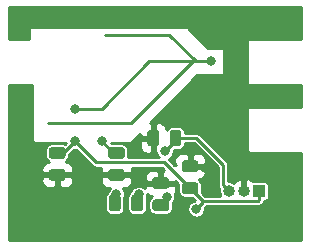
<source format=gbr>
G04 #@! TF.GenerationSoftware,KiCad,Pcbnew,5.1.5*
G04 #@! TF.CreationDate,2020-06-30T22:23:49+09:00*
G04 #@! TF.ProjectId,teabiscuits,74656162-6973-4637-9569-74732e6b6963,rev?*
G04 #@! TF.SameCoordinates,Original*
G04 #@! TF.FileFunction,Copper,L2,Bot*
G04 #@! TF.FilePolarity,Positive*
%FSLAX46Y46*%
G04 Gerber Fmt 4.6, Leading zero omitted, Abs format (unit mm)*
G04 Created by KiCad (PCBNEW 5.1.5) date 2020-06-30 22:23:49*
%MOMM*%
%LPD*%
G04 APERTURE LIST*
%ADD10O,1.000000X1.000000*%
%ADD11R,1.000000X1.000000*%
%ADD12C,0.100000*%
%ADD13C,0.800000*%
%ADD14C,1.110000*%
%ADD15C,0.250000*%
%ADD16C,0.254000*%
G04 APERTURE END LIST*
D10*
X170785000Y-141500000D03*
X172055000Y-141500000D03*
D11*
X173325000Y-141500000D03*
G04 #@! TA.AperFunction,SMDPad,CuDef*
D12*
G36*
X161730142Y-139638674D02*
G01*
X161753803Y-139642184D01*
X161777007Y-139647996D01*
X161799529Y-139656054D01*
X161821153Y-139666282D01*
X161841670Y-139678579D01*
X161860883Y-139692829D01*
X161878607Y-139708893D01*
X161894671Y-139726617D01*
X161908921Y-139745830D01*
X161921218Y-139766347D01*
X161931446Y-139787971D01*
X161939504Y-139810493D01*
X161945316Y-139833697D01*
X161948826Y-139857358D01*
X161950000Y-139881250D01*
X161950000Y-140368750D01*
X161948826Y-140392642D01*
X161945316Y-140416303D01*
X161939504Y-140439507D01*
X161931446Y-140462029D01*
X161921218Y-140483653D01*
X161908921Y-140504170D01*
X161894671Y-140523383D01*
X161878607Y-140541107D01*
X161860883Y-140557171D01*
X161841670Y-140571421D01*
X161821153Y-140583718D01*
X161799529Y-140593946D01*
X161777007Y-140602004D01*
X161753803Y-140607816D01*
X161730142Y-140611326D01*
X161706250Y-140612500D01*
X160793750Y-140612500D01*
X160769858Y-140611326D01*
X160746197Y-140607816D01*
X160722993Y-140602004D01*
X160700471Y-140593946D01*
X160678847Y-140583718D01*
X160658330Y-140571421D01*
X160639117Y-140557171D01*
X160621393Y-140541107D01*
X160605329Y-140523383D01*
X160591079Y-140504170D01*
X160578782Y-140483653D01*
X160568554Y-140462029D01*
X160560496Y-140439507D01*
X160554684Y-140416303D01*
X160551174Y-140392642D01*
X160550000Y-140368750D01*
X160550000Y-139881250D01*
X160551174Y-139857358D01*
X160554684Y-139833697D01*
X160560496Y-139810493D01*
X160568554Y-139787971D01*
X160578782Y-139766347D01*
X160591079Y-139745830D01*
X160605329Y-139726617D01*
X160621393Y-139708893D01*
X160639117Y-139692829D01*
X160658330Y-139678579D01*
X160678847Y-139666282D01*
X160700471Y-139656054D01*
X160722993Y-139647996D01*
X160746197Y-139642184D01*
X160769858Y-139638674D01*
X160793750Y-139637500D01*
X161706250Y-139637500D01*
X161730142Y-139638674D01*
G37*
G04 #@! TD.AperFunction*
G04 #@! TA.AperFunction,SMDPad,CuDef*
G36*
X161730142Y-137763674D02*
G01*
X161753803Y-137767184D01*
X161777007Y-137772996D01*
X161799529Y-137781054D01*
X161821153Y-137791282D01*
X161841670Y-137803579D01*
X161860883Y-137817829D01*
X161878607Y-137833893D01*
X161894671Y-137851617D01*
X161908921Y-137870830D01*
X161921218Y-137891347D01*
X161931446Y-137912971D01*
X161939504Y-137935493D01*
X161945316Y-137958697D01*
X161948826Y-137982358D01*
X161950000Y-138006250D01*
X161950000Y-138493750D01*
X161948826Y-138517642D01*
X161945316Y-138541303D01*
X161939504Y-138564507D01*
X161931446Y-138587029D01*
X161921218Y-138608653D01*
X161908921Y-138629170D01*
X161894671Y-138648383D01*
X161878607Y-138666107D01*
X161860883Y-138682171D01*
X161841670Y-138696421D01*
X161821153Y-138708718D01*
X161799529Y-138718946D01*
X161777007Y-138727004D01*
X161753803Y-138732816D01*
X161730142Y-138736326D01*
X161706250Y-138737500D01*
X160793750Y-138737500D01*
X160769858Y-138736326D01*
X160746197Y-138732816D01*
X160722993Y-138727004D01*
X160700471Y-138718946D01*
X160678847Y-138708718D01*
X160658330Y-138696421D01*
X160639117Y-138682171D01*
X160621393Y-138666107D01*
X160605329Y-138648383D01*
X160591079Y-138629170D01*
X160578782Y-138608653D01*
X160568554Y-138587029D01*
X160560496Y-138564507D01*
X160554684Y-138541303D01*
X160551174Y-138517642D01*
X160550000Y-138493750D01*
X160550000Y-138006250D01*
X160551174Y-137982358D01*
X160554684Y-137958697D01*
X160560496Y-137935493D01*
X160568554Y-137912971D01*
X160578782Y-137891347D01*
X160591079Y-137870830D01*
X160605329Y-137851617D01*
X160621393Y-137833893D01*
X160639117Y-137817829D01*
X160658330Y-137803579D01*
X160678847Y-137791282D01*
X160700471Y-137781054D01*
X160722993Y-137772996D01*
X160746197Y-137767184D01*
X160769858Y-137763674D01*
X160793750Y-137762500D01*
X161706250Y-137762500D01*
X161730142Y-137763674D01*
G37*
G04 #@! TD.AperFunction*
G04 #@! TA.AperFunction,SMDPad,CuDef*
G36*
X161392642Y-141801174D02*
G01*
X161416303Y-141804684D01*
X161439507Y-141810496D01*
X161462029Y-141818554D01*
X161483653Y-141828782D01*
X161504170Y-141841079D01*
X161523383Y-141855329D01*
X161541107Y-141871393D01*
X161557171Y-141889117D01*
X161571421Y-141908330D01*
X161583718Y-141928847D01*
X161593946Y-141950471D01*
X161602004Y-141972993D01*
X161607816Y-141996197D01*
X161611326Y-142019858D01*
X161612500Y-142043750D01*
X161612500Y-142956250D01*
X161611326Y-142980142D01*
X161607816Y-143003803D01*
X161602004Y-143027007D01*
X161593946Y-143049529D01*
X161583718Y-143071153D01*
X161571421Y-143091670D01*
X161557171Y-143110883D01*
X161541107Y-143128607D01*
X161523383Y-143144671D01*
X161504170Y-143158921D01*
X161483653Y-143171218D01*
X161462029Y-143181446D01*
X161439507Y-143189504D01*
X161416303Y-143195316D01*
X161392642Y-143198826D01*
X161368750Y-143200000D01*
X160881250Y-143200000D01*
X160857358Y-143198826D01*
X160833697Y-143195316D01*
X160810493Y-143189504D01*
X160787971Y-143181446D01*
X160766347Y-143171218D01*
X160745830Y-143158921D01*
X160726617Y-143144671D01*
X160708893Y-143128607D01*
X160692829Y-143110883D01*
X160678579Y-143091670D01*
X160666282Y-143071153D01*
X160656054Y-143049529D01*
X160647996Y-143027007D01*
X160642184Y-143003803D01*
X160638674Y-142980142D01*
X160637500Y-142956250D01*
X160637500Y-142043750D01*
X160638674Y-142019858D01*
X160642184Y-141996197D01*
X160647996Y-141972993D01*
X160656054Y-141950471D01*
X160666282Y-141928847D01*
X160678579Y-141908330D01*
X160692829Y-141889117D01*
X160708893Y-141871393D01*
X160726617Y-141855329D01*
X160745830Y-141841079D01*
X160766347Y-141828782D01*
X160787971Y-141818554D01*
X160810493Y-141810496D01*
X160833697Y-141804684D01*
X160857358Y-141801174D01*
X160881250Y-141800000D01*
X161368750Y-141800000D01*
X161392642Y-141801174D01*
G37*
G04 #@! TD.AperFunction*
G04 #@! TA.AperFunction,SMDPad,CuDef*
G36*
X163267642Y-141801174D02*
G01*
X163291303Y-141804684D01*
X163314507Y-141810496D01*
X163337029Y-141818554D01*
X163358653Y-141828782D01*
X163379170Y-141841079D01*
X163398383Y-141855329D01*
X163416107Y-141871393D01*
X163432171Y-141889117D01*
X163446421Y-141908330D01*
X163458718Y-141928847D01*
X163468946Y-141950471D01*
X163477004Y-141972993D01*
X163482816Y-141996197D01*
X163486326Y-142019858D01*
X163487500Y-142043750D01*
X163487500Y-142956250D01*
X163486326Y-142980142D01*
X163482816Y-143003803D01*
X163477004Y-143027007D01*
X163468946Y-143049529D01*
X163458718Y-143071153D01*
X163446421Y-143091670D01*
X163432171Y-143110883D01*
X163416107Y-143128607D01*
X163398383Y-143144671D01*
X163379170Y-143158921D01*
X163358653Y-143171218D01*
X163337029Y-143181446D01*
X163314507Y-143189504D01*
X163291303Y-143195316D01*
X163267642Y-143198826D01*
X163243750Y-143200000D01*
X162756250Y-143200000D01*
X162732358Y-143198826D01*
X162708697Y-143195316D01*
X162685493Y-143189504D01*
X162662971Y-143181446D01*
X162641347Y-143171218D01*
X162620830Y-143158921D01*
X162601617Y-143144671D01*
X162583893Y-143128607D01*
X162567829Y-143110883D01*
X162553579Y-143091670D01*
X162541282Y-143071153D01*
X162531054Y-143049529D01*
X162522996Y-143027007D01*
X162517184Y-143003803D01*
X162513674Y-142980142D01*
X162512500Y-142956250D01*
X162512500Y-142043750D01*
X162513674Y-142019858D01*
X162517184Y-141996197D01*
X162522996Y-141972993D01*
X162531054Y-141950471D01*
X162541282Y-141928847D01*
X162553579Y-141908330D01*
X162567829Y-141889117D01*
X162583893Y-141871393D01*
X162601617Y-141855329D01*
X162620830Y-141841079D01*
X162641347Y-141828782D01*
X162662971Y-141818554D01*
X162685493Y-141810496D01*
X162708697Y-141804684D01*
X162732358Y-141801174D01*
X162756250Y-141800000D01*
X163243750Y-141800000D01*
X163267642Y-141801174D01*
G37*
G04 #@! TD.AperFunction*
G04 #@! TA.AperFunction,SMDPad,CuDef*
G36*
X156730142Y-137763674D02*
G01*
X156753803Y-137767184D01*
X156777007Y-137772996D01*
X156799529Y-137781054D01*
X156821153Y-137791282D01*
X156841670Y-137803579D01*
X156860883Y-137817829D01*
X156878607Y-137833893D01*
X156894671Y-137851617D01*
X156908921Y-137870830D01*
X156921218Y-137891347D01*
X156931446Y-137912971D01*
X156939504Y-137935493D01*
X156945316Y-137958697D01*
X156948826Y-137982358D01*
X156950000Y-138006250D01*
X156950000Y-138493750D01*
X156948826Y-138517642D01*
X156945316Y-138541303D01*
X156939504Y-138564507D01*
X156931446Y-138587029D01*
X156921218Y-138608653D01*
X156908921Y-138629170D01*
X156894671Y-138648383D01*
X156878607Y-138666107D01*
X156860883Y-138682171D01*
X156841670Y-138696421D01*
X156821153Y-138708718D01*
X156799529Y-138718946D01*
X156777007Y-138727004D01*
X156753803Y-138732816D01*
X156730142Y-138736326D01*
X156706250Y-138737500D01*
X155793750Y-138737500D01*
X155769858Y-138736326D01*
X155746197Y-138732816D01*
X155722993Y-138727004D01*
X155700471Y-138718946D01*
X155678847Y-138708718D01*
X155658330Y-138696421D01*
X155639117Y-138682171D01*
X155621393Y-138666107D01*
X155605329Y-138648383D01*
X155591079Y-138629170D01*
X155578782Y-138608653D01*
X155568554Y-138587029D01*
X155560496Y-138564507D01*
X155554684Y-138541303D01*
X155551174Y-138517642D01*
X155550000Y-138493750D01*
X155550000Y-138006250D01*
X155551174Y-137982358D01*
X155554684Y-137958697D01*
X155560496Y-137935493D01*
X155568554Y-137912971D01*
X155578782Y-137891347D01*
X155591079Y-137870830D01*
X155605329Y-137851617D01*
X155621393Y-137833893D01*
X155639117Y-137817829D01*
X155658330Y-137803579D01*
X155678847Y-137791282D01*
X155700471Y-137781054D01*
X155722993Y-137772996D01*
X155746197Y-137767184D01*
X155769858Y-137763674D01*
X155793750Y-137762500D01*
X156706250Y-137762500D01*
X156730142Y-137763674D01*
G37*
G04 #@! TD.AperFunction*
G04 #@! TA.AperFunction,SMDPad,CuDef*
G36*
X156730142Y-139638674D02*
G01*
X156753803Y-139642184D01*
X156777007Y-139647996D01*
X156799529Y-139656054D01*
X156821153Y-139666282D01*
X156841670Y-139678579D01*
X156860883Y-139692829D01*
X156878607Y-139708893D01*
X156894671Y-139726617D01*
X156908921Y-139745830D01*
X156921218Y-139766347D01*
X156931446Y-139787971D01*
X156939504Y-139810493D01*
X156945316Y-139833697D01*
X156948826Y-139857358D01*
X156950000Y-139881250D01*
X156950000Y-140368750D01*
X156948826Y-140392642D01*
X156945316Y-140416303D01*
X156939504Y-140439507D01*
X156931446Y-140462029D01*
X156921218Y-140483653D01*
X156908921Y-140504170D01*
X156894671Y-140523383D01*
X156878607Y-140541107D01*
X156860883Y-140557171D01*
X156841670Y-140571421D01*
X156821153Y-140583718D01*
X156799529Y-140593946D01*
X156777007Y-140602004D01*
X156753803Y-140607816D01*
X156730142Y-140611326D01*
X156706250Y-140612500D01*
X155793750Y-140612500D01*
X155769858Y-140611326D01*
X155746197Y-140607816D01*
X155722993Y-140602004D01*
X155700471Y-140593946D01*
X155678847Y-140583718D01*
X155658330Y-140571421D01*
X155639117Y-140557171D01*
X155621393Y-140541107D01*
X155605329Y-140523383D01*
X155591079Y-140504170D01*
X155578782Y-140483653D01*
X155568554Y-140462029D01*
X155560496Y-140439507D01*
X155554684Y-140416303D01*
X155551174Y-140392642D01*
X155550000Y-140368750D01*
X155550000Y-139881250D01*
X155551174Y-139857358D01*
X155554684Y-139833697D01*
X155560496Y-139810493D01*
X155568554Y-139787971D01*
X155578782Y-139766347D01*
X155591079Y-139745830D01*
X155605329Y-139726617D01*
X155621393Y-139708893D01*
X155639117Y-139692829D01*
X155658330Y-139678579D01*
X155678847Y-139666282D01*
X155700471Y-139656054D01*
X155722993Y-139647996D01*
X155746197Y-139642184D01*
X155769858Y-139638674D01*
X155793750Y-139637500D01*
X156706250Y-139637500D01*
X156730142Y-139638674D01*
G37*
G04 #@! TD.AperFunction*
G04 #@! TA.AperFunction,SMDPad,CuDef*
G36*
X164642642Y-136301174D02*
G01*
X164666303Y-136304684D01*
X164689507Y-136310496D01*
X164712029Y-136318554D01*
X164733653Y-136328782D01*
X164754170Y-136341079D01*
X164773383Y-136355329D01*
X164791107Y-136371393D01*
X164807171Y-136389117D01*
X164821421Y-136408330D01*
X164833718Y-136428847D01*
X164843946Y-136450471D01*
X164852004Y-136472993D01*
X164857816Y-136496197D01*
X164861326Y-136519858D01*
X164862500Y-136543750D01*
X164862500Y-137456250D01*
X164861326Y-137480142D01*
X164857816Y-137503803D01*
X164852004Y-137527007D01*
X164843946Y-137549529D01*
X164833718Y-137571153D01*
X164821421Y-137591670D01*
X164807171Y-137610883D01*
X164791107Y-137628607D01*
X164773383Y-137644671D01*
X164754170Y-137658921D01*
X164733653Y-137671218D01*
X164712029Y-137681446D01*
X164689507Y-137689504D01*
X164666303Y-137695316D01*
X164642642Y-137698826D01*
X164618750Y-137700000D01*
X164131250Y-137700000D01*
X164107358Y-137698826D01*
X164083697Y-137695316D01*
X164060493Y-137689504D01*
X164037971Y-137681446D01*
X164016347Y-137671218D01*
X163995830Y-137658921D01*
X163976617Y-137644671D01*
X163958893Y-137628607D01*
X163942829Y-137610883D01*
X163928579Y-137591670D01*
X163916282Y-137571153D01*
X163906054Y-137549529D01*
X163897996Y-137527007D01*
X163892184Y-137503803D01*
X163888674Y-137480142D01*
X163887500Y-137456250D01*
X163887500Y-136543750D01*
X163888674Y-136519858D01*
X163892184Y-136496197D01*
X163897996Y-136472993D01*
X163906054Y-136450471D01*
X163916282Y-136428847D01*
X163928579Y-136408330D01*
X163942829Y-136389117D01*
X163958893Y-136371393D01*
X163976617Y-136355329D01*
X163995830Y-136341079D01*
X164016347Y-136328782D01*
X164037971Y-136318554D01*
X164060493Y-136310496D01*
X164083697Y-136304684D01*
X164107358Y-136301174D01*
X164131250Y-136300000D01*
X164618750Y-136300000D01*
X164642642Y-136301174D01*
G37*
G04 #@! TD.AperFunction*
G04 #@! TA.AperFunction,SMDPad,CuDef*
G36*
X166517642Y-136301174D02*
G01*
X166541303Y-136304684D01*
X166564507Y-136310496D01*
X166587029Y-136318554D01*
X166608653Y-136328782D01*
X166629170Y-136341079D01*
X166648383Y-136355329D01*
X166666107Y-136371393D01*
X166682171Y-136389117D01*
X166696421Y-136408330D01*
X166708718Y-136428847D01*
X166718946Y-136450471D01*
X166727004Y-136472993D01*
X166732816Y-136496197D01*
X166736326Y-136519858D01*
X166737500Y-136543750D01*
X166737500Y-137456250D01*
X166736326Y-137480142D01*
X166732816Y-137503803D01*
X166727004Y-137527007D01*
X166718946Y-137549529D01*
X166708718Y-137571153D01*
X166696421Y-137591670D01*
X166682171Y-137610883D01*
X166666107Y-137628607D01*
X166648383Y-137644671D01*
X166629170Y-137658921D01*
X166608653Y-137671218D01*
X166587029Y-137681446D01*
X166564507Y-137689504D01*
X166541303Y-137695316D01*
X166517642Y-137698826D01*
X166493750Y-137700000D01*
X166006250Y-137700000D01*
X165982358Y-137698826D01*
X165958697Y-137695316D01*
X165935493Y-137689504D01*
X165912971Y-137681446D01*
X165891347Y-137671218D01*
X165870830Y-137658921D01*
X165851617Y-137644671D01*
X165833893Y-137628607D01*
X165817829Y-137610883D01*
X165803579Y-137591670D01*
X165791282Y-137571153D01*
X165781054Y-137549529D01*
X165772996Y-137527007D01*
X165767184Y-137503803D01*
X165763674Y-137480142D01*
X165762500Y-137456250D01*
X165762500Y-136543750D01*
X165763674Y-136519858D01*
X165767184Y-136496197D01*
X165772996Y-136472993D01*
X165781054Y-136450471D01*
X165791282Y-136428847D01*
X165803579Y-136408330D01*
X165817829Y-136389117D01*
X165833893Y-136371393D01*
X165851617Y-136355329D01*
X165870830Y-136341079D01*
X165891347Y-136328782D01*
X165912971Y-136318554D01*
X165935493Y-136310496D01*
X165958697Y-136304684D01*
X165982358Y-136301174D01*
X166006250Y-136300000D01*
X166493750Y-136300000D01*
X166517642Y-136301174D01*
G37*
G04 #@! TD.AperFunction*
G04 #@! TA.AperFunction,SMDPad,CuDef*
G36*
X167980142Y-140763674D02*
G01*
X168003803Y-140767184D01*
X168027007Y-140772996D01*
X168049529Y-140781054D01*
X168071153Y-140791282D01*
X168091670Y-140803579D01*
X168110883Y-140817829D01*
X168128607Y-140833893D01*
X168144671Y-140851617D01*
X168158921Y-140870830D01*
X168171218Y-140891347D01*
X168181446Y-140912971D01*
X168189504Y-140935493D01*
X168195316Y-140958697D01*
X168198826Y-140982358D01*
X168200000Y-141006250D01*
X168200000Y-141493750D01*
X168198826Y-141517642D01*
X168195316Y-141541303D01*
X168189504Y-141564507D01*
X168181446Y-141587029D01*
X168171218Y-141608653D01*
X168158921Y-141629170D01*
X168144671Y-141648383D01*
X168128607Y-141666107D01*
X168110883Y-141682171D01*
X168091670Y-141696421D01*
X168071153Y-141708718D01*
X168049529Y-141718946D01*
X168027007Y-141727004D01*
X168003803Y-141732816D01*
X167980142Y-141736326D01*
X167956250Y-141737500D01*
X167043750Y-141737500D01*
X167019858Y-141736326D01*
X166996197Y-141732816D01*
X166972993Y-141727004D01*
X166950471Y-141718946D01*
X166928847Y-141708718D01*
X166908330Y-141696421D01*
X166889117Y-141682171D01*
X166871393Y-141666107D01*
X166855329Y-141648383D01*
X166841079Y-141629170D01*
X166828782Y-141608653D01*
X166818554Y-141587029D01*
X166810496Y-141564507D01*
X166804684Y-141541303D01*
X166801174Y-141517642D01*
X166800000Y-141493750D01*
X166800000Y-141006250D01*
X166801174Y-140982358D01*
X166804684Y-140958697D01*
X166810496Y-140935493D01*
X166818554Y-140912971D01*
X166828782Y-140891347D01*
X166841079Y-140870830D01*
X166855329Y-140851617D01*
X166871393Y-140833893D01*
X166889117Y-140817829D01*
X166908330Y-140803579D01*
X166928847Y-140791282D01*
X166950471Y-140781054D01*
X166972993Y-140772996D01*
X166996197Y-140767184D01*
X167019858Y-140763674D01*
X167043750Y-140762500D01*
X167956250Y-140762500D01*
X167980142Y-140763674D01*
G37*
G04 #@! TD.AperFunction*
G04 #@! TA.AperFunction,SMDPad,CuDef*
G36*
X167980142Y-138888674D02*
G01*
X168003803Y-138892184D01*
X168027007Y-138897996D01*
X168049529Y-138906054D01*
X168071153Y-138916282D01*
X168091670Y-138928579D01*
X168110883Y-138942829D01*
X168128607Y-138958893D01*
X168144671Y-138976617D01*
X168158921Y-138995830D01*
X168171218Y-139016347D01*
X168181446Y-139037971D01*
X168189504Y-139060493D01*
X168195316Y-139083697D01*
X168198826Y-139107358D01*
X168200000Y-139131250D01*
X168200000Y-139618750D01*
X168198826Y-139642642D01*
X168195316Y-139666303D01*
X168189504Y-139689507D01*
X168181446Y-139712029D01*
X168171218Y-139733653D01*
X168158921Y-139754170D01*
X168144671Y-139773383D01*
X168128607Y-139791107D01*
X168110883Y-139807171D01*
X168091670Y-139821421D01*
X168071153Y-139833718D01*
X168049529Y-139843946D01*
X168027007Y-139852004D01*
X168003803Y-139857816D01*
X167980142Y-139861326D01*
X167956250Y-139862500D01*
X167043750Y-139862500D01*
X167019858Y-139861326D01*
X166996197Y-139857816D01*
X166972993Y-139852004D01*
X166950471Y-139843946D01*
X166928847Y-139833718D01*
X166908330Y-139821421D01*
X166889117Y-139807171D01*
X166871393Y-139791107D01*
X166855329Y-139773383D01*
X166841079Y-139754170D01*
X166828782Y-139733653D01*
X166818554Y-139712029D01*
X166810496Y-139689507D01*
X166804684Y-139666303D01*
X166801174Y-139642642D01*
X166800000Y-139618750D01*
X166800000Y-139131250D01*
X166801174Y-139107358D01*
X166804684Y-139083697D01*
X166810496Y-139060493D01*
X166818554Y-139037971D01*
X166828782Y-139016347D01*
X166841079Y-138995830D01*
X166855329Y-138976617D01*
X166871393Y-138958893D01*
X166889117Y-138942829D01*
X166908330Y-138928579D01*
X166928847Y-138916282D01*
X166950471Y-138906054D01*
X166972993Y-138897996D01*
X166996197Y-138892184D01*
X167019858Y-138888674D01*
X167043750Y-138887500D01*
X167956250Y-138887500D01*
X167980142Y-138888674D01*
G37*
G04 #@! TD.AperFunction*
G04 #@! TA.AperFunction,SMDPad,CuDef*
G36*
X165480142Y-142201174D02*
G01*
X165503803Y-142204684D01*
X165527007Y-142210496D01*
X165549529Y-142218554D01*
X165571153Y-142228782D01*
X165591670Y-142241079D01*
X165610883Y-142255329D01*
X165628607Y-142271393D01*
X165644671Y-142289117D01*
X165658921Y-142308330D01*
X165671218Y-142328847D01*
X165681446Y-142350471D01*
X165689504Y-142372993D01*
X165695316Y-142396197D01*
X165698826Y-142419858D01*
X165700000Y-142443750D01*
X165700000Y-142931250D01*
X165698826Y-142955142D01*
X165695316Y-142978803D01*
X165689504Y-143002007D01*
X165681446Y-143024529D01*
X165671218Y-143046153D01*
X165658921Y-143066670D01*
X165644671Y-143085883D01*
X165628607Y-143103607D01*
X165610883Y-143119671D01*
X165591670Y-143133921D01*
X165571153Y-143146218D01*
X165549529Y-143156446D01*
X165527007Y-143164504D01*
X165503803Y-143170316D01*
X165480142Y-143173826D01*
X165456250Y-143175000D01*
X164543750Y-143175000D01*
X164519858Y-143173826D01*
X164496197Y-143170316D01*
X164472993Y-143164504D01*
X164450471Y-143156446D01*
X164428847Y-143146218D01*
X164408330Y-143133921D01*
X164389117Y-143119671D01*
X164371393Y-143103607D01*
X164355329Y-143085883D01*
X164341079Y-143066670D01*
X164328782Y-143046153D01*
X164318554Y-143024529D01*
X164310496Y-143002007D01*
X164304684Y-142978803D01*
X164301174Y-142955142D01*
X164300000Y-142931250D01*
X164300000Y-142443750D01*
X164301174Y-142419858D01*
X164304684Y-142396197D01*
X164310496Y-142372993D01*
X164318554Y-142350471D01*
X164328782Y-142328847D01*
X164341079Y-142308330D01*
X164355329Y-142289117D01*
X164371393Y-142271393D01*
X164389117Y-142255329D01*
X164408330Y-142241079D01*
X164428847Y-142228782D01*
X164450471Y-142218554D01*
X164472993Y-142210496D01*
X164496197Y-142204684D01*
X164519858Y-142201174D01*
X164543750Y-142200000D01*
X165456250Y-142200000D01*
X165480142Y-142201174D01*
G37*
G04 #@! TD.AperFunction*
G04 #@! TA.AperFunction,SMDPad,CuDef*
G36*
X165480142Y-140326174D02*
G01*
X165503803Y-140329684D01*
X165527007Y-140335496D01*
X165549529Y-140343554D01*
X165571153Y-140353782D01*
X165591670Y-140366079D01*
X165610883Y-140380329D01*
X165628607Y-140396393D01*
X165644671Y-140414117D01*
X165658921Y-140433330D01*
X165671218Y-140453847D01*
X165681446Y-140475471D01*
X165689504Y-140497993D01*
X165695316Y-140521197D01*
X165698826Y-140544858D01*
X165700000Y-140568750D01*
X165700000Y-141056250D01*
X165698826Y-141080142D01*
X165695316Y-141103803D01*
X165689504Y-141127007D01*
X165681446Y-141149529D01*
X165671218Y-141171153D01*
X165658921Y-141191670D01*
X165644671Y-141210883D01*
X165628607Y-141228607D01*
X165610883Y-141244671D01*
X165591670Y-141258921D01*
X165571153Y-141271218D01*
X165549529Y-141281446D01*
X165527007Y-141289504D01*
X165503803Y-141295316D01*
X165480142Y-141298826D01*
X165456250Y-141300000D01*
X164543750Y-141300000D01*
X164519858Y-141298826D01*
X164496197Y-141295316D01*
X164472993Y-141289504D01*
X164450471Y-141281446D01*
X164428847Y-141271218D01*
X164408330Y-141258921D01*
X164389117Y-141244671D01*
X164371393Y-141228607D01*
X164355329Y-141210883D01*
X164341079Y-141191670D01*
X164328782Y-141171153D01*
X164318554Y-141149529D01*
X164310496Y-141127007D01*
X164304684Y-141103803D01*
X164301174Y-141080142D01*
X164300000Y-141056250D01*
X164300000Y-140568750D01*
X164301174Y-140544858D01*
X164304684Y-140521197D01*
X164310496Y-140497993D01*
X164318554Y-140475471D01*
X164328782Y-140453847D01*
X164341079Y-140433330D01*
X164355329Y-140414117D01*
X164371393Y-140396393D01*
X164389117Y-140380329D01*
X164408330Y-140366079D01*
X164428847Y-140353782D01*
X164450471Y-140343554D01*
X164472993Y-140335496D01*
X164496197Y-140329684D01*
X164519858Y-140326174D01*
X164543750Y-140325000D01*
X165456250Y-140325000D01*
X165480142Y-140326174D01*
G37*
G04 #@! TD.AperFunction*
D13*
X160000000Y-137250000D03*
X165375000Y-138125000D03*
X157750000Y-137250000D03*
X168000000Y-143000000D03*
X161250000Y-141750000D03*
X163146768Y-141750000D03*
X165500000Y-141975000D03*
D14*
X175750000Y-144500000D03*
X175750000Y-127000000D03*
X153250000Y-127000000D03*
X153250000Y-144500000D03*
D13*
X168750000Y-139500000D03*
X169250000Y-130500000D03*
X157750000Y-134500000D03*
D15*
X161250000Y-138250000D02*
X161000000Y-138250000D01*
X161000000Y-138250000D02*
X160000000Y-137250000D01*
X170285001Y-141000001D02*
X170285001Y-139285001D01*
X170785000Y-141500000D02*
X170285001Y-141000001D01*
X168000000Y-137000000D02*
X166250000Y-137000000D01*
X170285001Y-139285001D02*
X168000000Y-137000000D01*
X166250000Y-137250000D02*
X165375000Y-138125000D01*
X166250000Y-137000000D02*
X166250000Y-137250000D01*
X156250000Y-138250000D02*
X156750000Y-138250000D01*
X156750000Y-138250000D02*
X157750000Y-137250000D01*
X168575001Y-142325001D02*
X167985527Y-141735527D01*
X167985527Y-141735527D02*
X167500000Y-141250000D01*
X173249999Y-142325001D02*
X168575001Y-142325001D01*
X173325000Y-142250000D02*
X173249999Y-142325001D01*
X173325000Y-141500000D02*
X173325000Y-142250000D01*
X158149999Y-137649999D02*
X157750000Y-137250000D01*
X159562510Y-139062510D02*
X158149999Y-137649999D01*
X165312510Y-139062510D02*
X159562510Y-139062510D01*
X167500000Y-141250000D02*
X165312510Y-139062510D01*
X168575001Y-142325001D02*
X168575001Y-142424999D01*
X168575001Y-142424999D02*
X168000000Y-143000000D01*
X161250000Y-142375000D02*
X161125000Y-142500000D01*
X161250000Y-141750000D02*
X161250000Y-142375000D01*
X163146768Y-142353232D02*
X163000000Y-142500000D01*
X163146768Y-141750000D02*
X163146768Y-142353232D01*
X165000000Y-142687500D02*
X165000000Y-142475000D01*
X165000000Y-142475000D02*
X165500000Y-141975000D01*
X170750000Y-134750000D02*
X170750000Y-137585000D01*
X170750000Y-137585000D02*
X171025000Y-137860000D01*
X167500000Y-139375000D02*
X168625000Y-139375000D01*
X168625000Y-139375000D02*
X168750000Y-139500000D01*
X167350001Y-130899999D02*
X163000000Y-135250000D01*
X163000000Y-135250000D02*
X162500000Y-135750000D01*
X162500000Y-135750000D02*
X155500000Y-135750000D01*
X167750000Y-130500000D02*
X167350001Y-130899999D01*
X169250000Y-130500000D02*
X167750000Y-130500000D01*
X160000000Y-134500000D02*
X157750000Y-134500000D01*
X167750000Y-130500000D02*
X164000000Y-130500000D01*
X164000000Y-130500000D02*
X160000000Y-134500000D01*
X168000000Y-130500000D02*
X165750000Y-128250000D01*
X165750000Y-128250000D02*
X160250000Y-128250000D01*
D16*
G36*
X176848000Y-128633000D02*
G01*
X172508692Y-128633000D01*
X172500000Y-128632144D01*
X172491308Y-128633000D01*
X172465302Y-128635561D01*
X172431937Y-128645682D01*
X172401189Y-128662118D01*
X172374237Y-128684237D01*
X172352118Y-128711189D01*
X172335682Y-128741937D01*
X172325561Y-128775302D01*
X172322144Y-128810000D01*
X172323000Y-128818692D01*
X172323001Y-132301298D01*
X172322144Y-132310000D01*
X172325561Y-132344698D01*
X172335682Y-132378063D01*
X172352118Y-132408811D01*
X172374237Y-132435763D01*
X172401189Y-132457882D01*
X172431937Y-132474318D01*
X172465302Y-132484439D01*
X172491308Y-132487000D01*
X172500000Y-132487856D01*
X172508692Y-132487000D01*
X176848000Y-132487000D01*
X176848001Y-134373000D01*
X172508692Y-134373000D01*
X172500000Y-134372144D01*
X172491308Y-134373000D01*
X172465302Y-134375561D01*
X172431937Y-134385682D01*
X172401189Y-134402118D01*
X172374237Y-134424237D01*
X172352118Y-134451189D01*
X172335682Y-134481937D01*
X172325561Y-134515302D01*
X172322144Y-134550000D01*
X172323000Y-134558692D01*
X172323001Y-138041298D01*
X172322144Y-138050000D01*
X172325561Y-138084698D01*
X172335682Y-138118063D01*
X172352118Y-138148811D01*
X172374237Y-138175763D01*
X172401189Y-138197882D01*
X172431937Y-138214318D01*
X172465302Y-138224439D01*
X172491308Y-138227000D01*
X172500000Y-138227856D01*
X172508692Y-138227000D01*
X176848001Y-138227000D01*
X176848000Y-140757461D01*
X176848001Y-140757471D01*
X176848000Y-145598000D01*
X152152000Y-145598000D01*
X152152000Y-140612500D01*
X154911928Y-140612500D01*
X154924188Y-140736982D01*
X154960498Y-140856680D01*
X155019463Y-140966994D01*
X155098815Y-141063685D01*
X155195506Y-141143037D01*
X155305820Y-141202002D01*
X155425518Y-141238312D01*
X155550000Y-141250572D01*
X155964250Y-141247500D01*
X156123000Y-141088750D01*
X156123000Y-140252000D01*
X156377000Y-140252000D01*
X156377000Y-141088750D01*
X156535750Y-141247500D01*
X156950000Y-141250572D01*
X157074482Y-141238312D01*
X157194180Y-141202002D01*
X157304494Y-141143037D01*
X157401185Y-141063685D01*
X157480537Y-140966994D01*
X157539502Y-140856680D01*
X157575812Y-140736982D01*
X157588072Y-140612500D01*
X159911928Y-140612500D01*
X159924188Y-140736982D01*
X159960498Y-140856680D01*
X160019463Y-140966994D01*
X160098815Y-141063685D01*
X160195506Y-141143037D01*
X160305820Y-141202002D01*
X160425518Y-141238312D01*
X160550000Y-141250572D01*
X160722574Y-141249292D01*
X160685302Y-141286564D01*
X160605741Y-141405636D01*
X160550938Y-141537942D01*
X160541415Y-141585816D01*
X160476550Y-141639050D01*
X160405373Y-141725779D01*
X160352484Y-141824728D01*
X160319915Y-141932094D01*
X160308918Y-142043750D01*
X160308918Y-142956250D01*
X160319915Y-143067906D01*
X160352484Y-143175272D01*
X160405373Y-143274221D01*
X160476550Y-143360950D01*
X160563279Y-143432127D01*
X160662228Y-143485016D01*
X160769594Y-143517585D01*
X160881250Y-143528582D01*
X161368750Y-143528582D01*
X161480406Y-143517585D01*
X161587772Y-143485016D01*
X161686721Y-143432127D01*
X161773450Y-143360950D01*
X161844627Y-143274221D01*
X161897516Y-143175272D01*
X161930085Y-143067906D01*
X161941082Y-142956250D01*
X161941082Y-142043750D01*
X162183918Y-142043750D01*
X162183918Y-142956250D01*
X162194915Y-143067906D01*
X162227484Y-143175272D01*
X162280373Y-143274221D01*
X162351550Y-143360950D01*
X162438279Y-143432127D01*
X162537228Y-143485016D01*
X162644594Y-143517585D01*
X162756250Y-143528582D01*
X163243750Y-143528582D01*
X163355406Y-143517585D01*
X163462772Y-143485016D01*
X163561721Y-143432127D01*
X163648450Y-143360950D01*
X163719627Y-143274221D01*
X163772516Y-143175272D01*
X163805085Y-143067906D01*
X163816082Y-142956250D01*
X163816082Y-142043750D01*
X163815296Y-142035773D01*
X163845830Y-141962058D01*
X163873768Y-141821603D01*
X163873768Y-141771663D01*
X163945506Y-141830537D01*
X164055820Y-141889502D01*
X164175518Y-141925812D01*
X164284406Y-141936536D01*
X164225779Y-141967873D01*
X164139050Y-142039050D01*
X164067873Y-142125779D01*
X164014984Y-142224728D01*
X163982415Y-142332094D01*
X163971418Y-142443750D01*
X163971418Y-142931250D01*
X163982415Y-143042906D01*
X164014984Y-143150272D01*
X164067873Y-143249221D01*
X164139050Y-143335950D01*
X164225779Y-143407127D01*
X164324728Y-143460016D01*
X164432094Y-143492585D01*
X164543750Y-143503582D01*
X165456250Y-143503582D01*
X165567906Y-143492585D01*
X165675272Y-143460016D01*
X165774221Y-143407127D01*
X165860950Y-143335950D01*
X165932127Y-143249221D01*
X165985016Y-143150272D01*
X166017585Y-143042906D01*
X166028582Y-142931250D01*
X166028582Y-142474552D01*
X166064698Y-142438436D01*
X166144259Y-142319364D01*
X166199062Y-142187058D01*
X166227000Y-142046603D01*
X166227000Y-141903397D01*
X166199062Y-141762942D01*
X166179766Y-141716358D01*
X166230537Y-141654494D01*
X166289502Y-141544180D01*
X166325812Y-141424482D01*
X166338072Y-141300000D01*
X166335000Y-141098250D01*
X166176250Y-140939500D01*
X165127000Y-140939500D01*
X165127000Y-140959500D01*
X164873000Y-140959500D01*
X164873000Y-140939500D01*
X163823750Y-140939500D01*
X163665000Y-141098250D01*
X163662873Y-141237971D01*
X163610204Y-141185302D01*
X163491132Y-141105741D01*
X163358826Y-141050938D01*
X163218371Y-141023000D01*
X163075165Y-141023000D01*
X162934710Y-141050938D01*
X162802404Y-141105741D01*
X162683332Y-141185302D01*
X162582070Y-141286564D01*
X162502509Y-141405636D01*
X162447706Y-141537942D01*
X162442166Y-141565796D01*
X162438279Y-141567873D01*
X162351550Y-141639050D01*
X162280373Y-141725779D01*
X162227484Y-141824728D01*
X162194915Y-141932094D01*
X162183918Y-142043750D01*
X161941082Y-142043750D01*
X161936115Y-141993315D01*
X161949062Y-141962058D01*
X161977000Y-141821603D01*
X161977000Y-141678397D01*
X161949062Y-141537942D01*
X161894259Y-141405636D01*
X161814698Y-141286564D01*
X161777426Y-141249292D01*
X161950000Y-141250572D01*
X162074482Y-141238312D01*
X162194180Y-141202002D01*
X162304494Y-141143037D01*
X162401185Y-141063685D01*
X162480537Y-140966994D01*
X162539502Y-140856680D01*
X162575812Y-140736982D01*
X162588072Y-140612500D01*
X162585000Y-140410750D01*
X162499250Y-140325000D01*
X163661928Y-140325000D01*
X163665000Y-140526750D01*
X163823750Y-140685500D01*
X164873000Y-140685500D01*
X164873000Y-139848750D01*
X164714250Y-139690000D01*
X164300000Y-139686928D01*
X164175518Y-139699188D01*
X164055820Y-139735498D01*
X163945506Y-139794463D01*
X163848815Y-139873815D01*
X163769463Y-139970506D01*
X163710498Y-140080820D01*
X163674188Y-140200518D01*
X163661928Y-140325000D01*
X162499250Y-140325000D01*
X162426250Y-140252000D01*
X161377000Y-140252000D01*
X161377000Y-140272000D01*
X161123000Y-140272000D01*
X161123000Y-140252000D01*
X160073750Y-140252000D01*
X159915000Y-140410750D01*
X159911928Y-140612500D01*
X157588072Y-140612500D01*
X157585000Y-140410750D01*
X157426250Y-140252000D01*
X156377000Y-140252000D01*
X156123000Y-140252000D01*
X155073750Y-140252000D01*
X154915000Y-140410750D01*
X154911928Y-140612500D01*
X152152000Y-140612500D01*
X152152000Y-132487000D01*
X154123000Y-132487000D01*
X154123000Y-137250000D01*
X154125440Y-137274776D01*
X154132667Y-137298601D01*
X154144403Y-137320557D01*
X154160197Y-137339803D01*
X154179443Y-137355597D01*
X154201399Y-137367333D01*
X154225224Y-137374560D01*
X154250000Y-137377000D01*
X156983776Y-137377000D01*
X156893063Y-137467714D01*
X156817906Y-137444915D01*
X156706250Y-137433918D01*
X155793750Y-137433918D01*
X155682094Y-137444915D01*
X155574728Y-137477484D01*
X155475779Y-137530373D01*
X155389050Y-137601550D01*
X155317873Y-137688279D01*
X155264984Y-137787228D01*
X155232415Y-137894594D01*
X155221418Y-138006250D01*
X155221418Y-138493750D01*
X155232415Y-138605406D01*
X155264984Y-138712772D01*
X155317873Y-138811721D01*
X155389050Y-138898450D01*
X155475779Y-138969627D01*
X155534406Y-139000964D01*
X155425518Y-139011688D01*
X155305820Y-139047998D01*
X155195506Y-139106963D01*
X155098815Y-139186315D01*
X155019463Y-139283006D01*
X154960498Y-139393320D01*
X154924188Y-139513018D01*
X154911928Y-139637500D01*
X154915000Y-139839250D01*
X155073750Y-139998000D01*
X156123000Y-139998000D01*
X156123000Y-139978000D01*
X156377000Y-139978000D01*
X156377000Y-139998000D01*
X157426250Y-139998000D01*
X157585000Y-139839250D01*
X157588072Y-139637500D01*
X157575812Y-139513018D01*
X157539502Y-139393320D01*
X157480537Y-139283006D01*
X157401185Y-139186315D01*
X157304494Y-139106963D01*
X157194180Y-139047998D01*
X157074482Y-139011688D01*
X156965594Y-139000964D01*
X157024221Y-138969627D01*
X157110950Y-138898450D01*
X157182127Y-138811721D01*
X157235016Y-138712772D01*
X157267585Y-138605406D01*
X157278582Y-138493750D01*
X157278582Y-138360641D01*
X157664907Y-137974317D01*
X157678397Y-137977000D01*
X157821603Y-137977000D01*
X157835093Y-137974317D01*
X157846088Y-137985312D01*
X157846093Y-137985316D01*
X159227195Y-139366420D01*
X159241351Y-139383669D01*
X159310177Y-139440153D01*
X159388700Y-139482124D01*
X159454072Y-139501954D01*
X159473902Y-139507970D01*
X159562509Y-139516697D01*
X159584714Y-139514510D01*
X159924041Y-139514510D01*
X159911928Y-139637500D01*
X159915000Y-139839250D01*
X160073750Y-139998000D01*
X161123000Y-139998000D01*
X161123000Y-139978000D01*
X161377000Y-139978000D01*
X161377000Y-139998000D01*
X162426250Y-139998000D01*
X162585000Y-139839250D01*
X162588072Y-139637500D01*
X162575959Y-139514510D01*
X165125287Y-139514510D01*
X165300666Y-139689889D01*
X165285750Y-139690000D01*
X165127000Y-139848750D01*
X165127000Y-140685500D01*
X166176250Y-140685500D01*
X166236263Y-140625487D01*
X166487758Y-140876981D01*
X166482415Y-140894594D01*
X166471418Y-141006250D01*
X166471418Y-141493750D01*
X166482415Y-141605406D01*
X166514984Y-141712772D01*
X166567873Y-141811721D01*
X166639050Y-141898450D01*
X166725779Y-141969627D01*
X166824728Y-142022516D01*
X166932094Y-142055085D01*
X167043750Y-142066082D01*
X167676858Y-142066082D01*
X167681616Y-142070840D01*
X167681621Y-142070844D01*
X167891179Y-142280403D01*
X167787942Y-142300938D01*
X167655636Y-142355741D01*
X167536564Y-142435302D01*
X167435302Y-142536564D01*
X167355741Y-142655636D01*
X167300938Y-142787942D01*
X167273000Y-142928397D01*
X167273000Y-143071603D01*
X167300938Y-143212058D01*
X167355741Y-143344364D01*
X167435302Y-143463436D01*
X167536564Y-143564698D01*
X167655636Y-143644259D01*
X167787942Y-143699062D01*
X167928397Y-143727000D01*
X168071603Y-143727000D01*
X168212058Y-143699062D01*
X168344364Y-143644259D01*
X168463436Y-143564698D01*
X168564698Y-143463436D01*
X168644259Y-143344364D01*
X168699062Y-143212058D01*
X168727000Y-143071603D01*
X168727000Y-142928397D01*
X168724317Y-142914908D01*
X168862224Y-142777001D01*
X173227794Y-142777001D01*
X173249999Y-142779188D01*
X173272204Y-142777001D01*
X173338606Y-142770461D01*
X173423809Y-142744615D01*
X173502332Y-142702644D01*
X173571158Y-142646160D01*
X173585321Y-142628902D01*
X173628903Y-142585320D01*
X173646159Y-142571159D01*
X173702643Y-142502333D01*
X173744614Y-142423810D01*
X173770460Y-142338607D01*
X173771447Y-142328582D01*
X173825000Y-142328582D01*
X173889103Y-142322268D01*
X173950743Y-142303570D01*
X174007550Y-142273206D01*
X174057343Y-142232343D01*
X174098206Y-142182550D01*
X174128570Y-142125743D01*
X174147268Y-142064103D01*
X174153582Y-142000000D01*
X174153582Y-141000000D01*
X174147268Y-140935897D01*
X174128570Y-140874257D01*
X174098206Y-140817450D01*
X174057343Y-140767657D01*
X174007550Y-140726794D01*
X173950743Y-140696430D01*
X173889103Y-140677732D01*
X173825000Y-140671418D01*
X172825807Y-140671418D01*
X172797020Y-140641135D01*
X172615206Y-140512877D01*
X172411864Y-140422554D01*
X172356874Y-140405881D01*
X172182000Y-140532046D01*
X172182000Y-141373000D01*
X172202000Y-141373000D01*
X172202000Y-141627000D01*
X172182000Y-141627000D01*
X172182000Y-141647000D01*
X171928000Y-141647000D01*
X171928000Y-141627000D01*
X171908000Y-141627000D01*
X171908000Y-141373000D01*
X171928000Y-141373000D01*
X171928000Y-140532046D01*
X171753126Y-140405881D01*
X171698136Y-140422554D01*
X171494794Y-140512877D01*
X171312980Y-140641135D01*
X171186812Y-140773859D01*
X171176731Y-140767123D01*
X171026227Y-140704782D01*
X170866452Y-140673000D01*
X170737001Y-140673000D01*
X170737001Y-139307205D01*
X170739188Y-139285000D01*
X170730461Y-139196393D01*
X170716726Y-139151117D01*
X170704615Y-139111191D01*
X170662644Y-139032668D01*
X170606160Y-138963842D01*
X170588912Y-138949687D01*
X168335323Y-136696100D01*
X168321159Y-136678841D01*
X168252333Y-136622357D01*
X168173810Y-136580386D01*
X168088607Y-136554540D01*
X168022205Y-136548000D01*
X168000000Y-136545813D01*
X167977795Y-136548000D01*
X167066082Y-136548000D01*
X167066082Y-136543750D01*
X167055085Y-136432094D01*
X167022516Y-136324728D01*
X166969627Y-136225779D01*
X166898450Y-136139050D01*
X166811721Y-136067873D01*
X166712772Y-136014984D01*
X166605406Y-135982415D01*
X166493750Y-135971418D01*
X166006250Y-135971418D01*
X165894594Y-135982415D01*
X165787228Y-136014984D01*
X165688279Y-136067873D01*
X165601550Y-136139050D01*
X165530373Y-136225779D01*
X165499036Y-136284406D01*
X165488312Y-136175518D01*
X165452002Y-136055820D01*
X165393037Y-135945506D01*
X165313685Y-135848815D01*
X165216994Y-135769463D01*
X165106680Y-135710498D01*
X164986982Y-135674188D01*
X164862500Y-135661928D01*
X164660750Y-135665000D01*
X164502000Y-135823750D01*
X164502000Y-136873000D01*
X164522000Y-136873000D01*
X164522000Y-137127000D01*
X164502000Y-137127000D01*
X164502000Y-138176250D01*
X164660750Y-138335000D01*
X164675574Y-138335226D01*
X164675938Y-138337058D01*
X164730741Y-138469364D01*
X164810302Y-138588436D01*
X164832376Y-138610510D01*
X162266037Y-138610510D01*
X162267585Y-138605406D01*
X162278582Y-138493750D01*
X162278582Y-138006250D01*
X162267585Y-137894594D01*
X162235016Y-137787228D01*
X162188392Y-137700000D01*
X163249428Y-137700000D01*
X163261688Y-137824482D01*
X163297998Y-137944180D01*
X163356963Y-138054494D01*
X163436315Y-138151185D01*
X163533006Y-138230537D01*
X163643320Y-138289502D01*
X163763018Y-138325812D01*
X163887500Y-138338072D01*
X164089250Y-138335000D01*
X164248000Y-138176250D01*
X164248000Y-137127000D01*
X163411250Y-137127000D01*
X163252500Y-137285750D01*
X163249428Y-137700000D01*
X162188392Y-137700000D01*
X162182127Y-137688279D01*
X162110950Y-137601550D01*
X162024221Y-137530373D01*
X161925272Y-137477484D01*
X161817906Y-137444915D01*
X161706250Y-137433918D01*
X160823142Y-137433918D01*
X160766224Y-137377000D01*
X162500000Y-137377000D01*
X162524776Y-137374560D01*
X162548601Y-137367333D01*
X162570557Y-137355597D01*
X162591776Y-137337785D01*
X163252005Y-136647545D01*
X163252500Y-136714250D01*
X163411250Y-136873000D01*
X164248000Y-136873000D01*
X164248000Y-135823750D01*
X164141680Y-135717430D01*
X168054266Y-131627000D01*
X170250000Y-131627000D01*
X170274776Y-131624560D01*
X170298601Y-131617333D01*
X170320557Y-131605597D01*
X170339803Y-131589803D01*
X170355597Y-131570557D01*
X170367333Y-131548601D01*
X170374560Y-131524776D01*
X170377000Y-131500000D01*
X170377000Y-129500000D01*
X170374560Y-129475224D01*
X170367333Y-129451399D01*
X170355597Y-129429443D01*
X170339803Y-129410197D01*
X170320557Y-129394403D01*
X170298601Y-129382667D01*
X170274776Y-129375440D01*
X170250000Y-129373000D01*
X169052606Y-129373000D01*
X167339803Y-127660197D01*
X167320557Y-127644403D01*
X167298601Y-127632667D01*
X167274776Y-127625440D01*
X167250000Y-127623000D01*
X154000000Y-127623000D01*
X153975224Y-127625440D01*
X153951399Y-127632667D01*
X153929443Y-127644403D01*
X153910197Y-127660197D01*
X153894403Y-127679443D01*
X153882667Y-127701399D01*
X153875440Y-127725224D01*
X153873000Y-127750000D01*
X153873000Y-128633000D01*
X152152000Y-128633000D01*
X152152000Y-125902000D01*
X176848001Y-125902000D01*
X176848000Y-128633000D01*
G37*
X176848000Y-128633000D02*
X172508692Y-128633000D01*
X172500000Y-128632144D01*
X172491308Y-128633000D01*
X172465302Y-128635561D01*
X172431937Y-128645682D01*
X172401189Y-128662118D01*
X172374237Y-128684237D01*
X172352118Y-128711189D01*
X172335682Y-128741937D01*
X172325561Y-128775302D01*
X172322144Y-128810000D01*
X172323000Y-128818692D01*
X172323001Y-132301298D01*
X172322144Y-132310000D01*
X172325561Y-132344698D01*
X172335682Y-132378063D01*
X172352118Y-132408811D01*
X172374237Y-132435763D01*
X172401189Y-132457882D01*
X172431937Y-132474318D01*
X172465302Y-132484439D01*
X172491308Y-132487000D01*
X172500000Y-132487856D01*
X172508692Y-132487000D01*
X176848000Y-132487000D01*
X176848001Y-134373000D01*
X172508692Y-134373000D01*
X172500000Y-134372144D01*
X172491308Y-134373000D01*
X172465302Y-134375561D01*
X172431937Y-134385682D01*
X172401189Y-134402118D01*
X172374237Y-134424237D01*
X172352118Y-134451189D01*
X172335682Y-134481937D01*
X172325561Y-134515302D01*
X172322144Y-134550000D01*
X172323000Y-134558692D01*
X172323001Y-138041298D01*
X172322144Y-138050000D01*
X172325561Y-138084698D01*
X172335682Y-138118063D01*
X172352118Y-138148811D01*
X172374237Y-138175763D01*
X172401189Y-138197882D01*
X172431937Y-138214318D01*
X172465302Y-138224439D01*
X172491308Y-138227000D01*
X172500000Y-138227856D01*
X172508692Y-138227000D01*
X176848001Y-138227000D01*
X176848000Y-140757461D01*
X176848001Y-140757471D01*
X176848000Y-145598000D01*
X152152000Y-145598000D01*
X152152000Y-140612500D01*
X154911928Y-140612500D01*
X154924188Y-140736982D01*
X154960498Y-140856680D01*
X155019463Y-140966994D01*
X155098815Y-141063685D01*
X155195506Y-141143037D01*
X155305820Y-141202002D01*
X155425518Y-141238312D01*
X155550000Y-141250572D01*
X155964250Y-141247500D01*
X156123000Y-141088750D01*
X156123000Y-140252000D01*
X156377000Y-140252000D01*
X156377000Y-141088750D01*
X156535750Y-141247500D01*
X156950000Y-141250572D01*
X157074482Y-141238312D01*
X157194180Y-141202002D01*
X157304494Y-141143037D01*
X157401185Y-141063685D01*
X157480537Y-140966994D01*
X157539502Y-140856680D01*
X157575812Y-140736982D01*
X157588072Y-140612500D01*
X159911928Y-140612500D01*
X159924188Y-140736982D01*
X159960498Y-140856680D01*
X160019463Y-140966994D01*
X160098815Y-141063685D01*
X160195506Y-141143037D01*
X160305820Y-141202002D01*
X160425518Y-141238312D01*
X160550000Y-141250572D01*
X160722574Y-141249292D01*
X160685302Y-141286564D01*
X160605741Y-141405636D01*
X160550938Y-141537942D01*
X160541415Y-141585816D01*
X160476550Y-141639050D01*
X160405373Y-141725779D01*
X160352484Y-141824728D01*
X160319915Y-141932094D01*
X160308918Y-142043750D01*
X160308918Y-142956250D01*
X160319915Y-143067906D01*
X160352484Y-143175272D01*
X160405373Y-143274221D01*
X160476550Y-143360950D01*
X160563279Y-143432127D01*
X160662228Y-143485016D01*
X160769594Y-143517585D01*
X160881250Y-143528582D01*
X161368750Y-143528582D01*
X161480406Y-143517585D01*
X161587772Y-143485016D01*
X161686721Y-143432127D01*
X161773450Y-143360950D01*
X161844627Y-143274221D01*
X161897516Y-143175272D01*
X161930085Y-143067906D01*
X161941082Y-142956250D01*
X161941082Y-142043750D01*
X162183918Y-142043750D01*
X162183918Y-142956250D01*
X162194915Y-143067906D01*
X162227484Y-143175272D01*
X162280373Y-143274221D01*
X162351550Y-143360950D01*
X162438279Y-143432127D01*
X162537228Y-143485016D01*
X162644594Y-143517585D01*
X162756250Y-143528582D01*
X163243750Y-143528582D01*
X163355406Y-143517585D01*
X163462772Y-143485016D01*
X163561721Y-143432127D01*
X163648450Y-143360950D01*
X163719627Y-143274221D01*
X163772516Y-143175272D01*
X163805085Y-143067906D01*
X163816082Y-142956250D01*
X163816082Y-142043750D01*
X163815296Y-142035773D01*
X163845830Y-141962058D01*
X163873768Y-141821603D01*
X163873768Y-141771663D01*
X163945506Y-141830537D01*
X164055820Y-141889502D01*
X164175518Y-141925812D01*
X164284406Y-141936536D01*
X164225779Y-141967873D01*
X164139050Y-142039050D01*
X164067873Y-142125779D01*
X164014984Y-142224728D01*
X163982415Y-142332094D01*
X163971418Y-142443750D01*
X163971418Y-142931250D01*
X163982415Y-143042906D01*
X164014984Y-143150272D01*
X164067873Y-143249221D01*
X164139050Y-143335950D01*
X164225779Y-143407127D01*
X164324728Y-143460016D01*
X164432094Y-143492585D01*
X164543750Y-143503582D01*
X165456250Y-143503582D01*
X165567906Y-143492585D01*
X165675272Y-143460016D01*
X165774221Y-143407127D01*
X165860950Y-143335950D01*
X165932127Y-143249221D01*
X165985016Y-143150272D01*
X166017585Y-143042906D01*
X166028582Y-142931250D01*
X166028582Y-142474552D01*
X166064698Y-142438436D01*
X166144259Y-142319364D01*
X166199062Y-142187058D01*
X166227000Y-142046603D01*
X166227000Y-141903397D01*
X166199062Y-141762942D01*
X166179766Y-141716358D01*
X166230537Y-141654494D01*
X166289502Y-141544180D01*
X166325812Y-141424482D01*
X166338072Y-141300000D01*
X166335000Y-141098250D01*
X166176250Y-140939500D01*
X165127000Y-140939500D01*
X165127000Y-140959500D01*
X164873000Y-140959500D01*
X164873000Y-140939500D01*
X163823750Y-140939500D01*
X163665000Y-141098250D01*
X163662873Y-141237971D01*
X163610204Y-141185302D01*
X163491132Y-141105741D01*
X163358826Y-141050938D01*
X163218371Y-141023000D01*
X163075165Y-141023000D01*
X162934710Y-141050938D01*
X162802404Y-141105741D01*
X162683332Y-141185302D01*
X162582070Y-141286564D01*
X162502509Y-141405636D01*
X162447706Y-141537942D01*
X162442166Y-141565796D01*
X162438279Y-141567873D01*
X162351550Y-141639050D01*
X162280373Y-141725779D01*
X162227484Y-141824728D01*
X162194915Y-141932094D01*
X162183918Y-142043750D01*
X161941082Y-142043750D01*
X161936115Y-141993315D01*
X161949062Y-141962058D01*
X161977000Y-141821603D01*
X161977000Y-141678397D01*
X161949062Y-141537942D01*
X161894259Y-141405636D01*
X161814698Y-141286564D01*
X161777426Y-141249292D01*
X161950000Y-141250572D01*
X162074482Y-141238312D01*
X162194180Y-141202002D01*
X162304494Y-141143037D01*
X162401185Y-141063685D01*
X162480537Y-140966994D01*
X162539502Y-140856680D01*
X162575812Y-140736982D01*
X162588072Y-140612500D01*
X162585000Y-140410750D01*
X162499250Y-140325000D01*
X163661928Y-140325000D01*
X163665000Y-140526750D01*
X163823750Y-140685500D01*
X164873000Y-140685500D01*
X164873000Y-139848750D01*
X164714250Y-139690000D01*
X164300000Y-139686928D01*
X164175518Y-139699188D01*
X164055820Y-139735498D01*
X163945506Y-139794463D01*
X163848815Y-139873815D01*
X163769463Y-139970506D01*
X163710498Y-140080820D01*
X163674188Y-140200518D01*
X163661928Y-140325000D01*
X162499250Y-140325000D01*
X162426250Y-140252000D01*
X161377000Y-140252000D01*
X161377000Y-140272000D01*
X161123000Y-140272000D01*
X161123000Y-140252000D01*
X160073750Y-140252000D01*
X159915000Y-140410750D01*
X159911928Y-140612500D01*
X157588072Y-140612500D01*
X157585000Y-140410750D01*
X157426250Y-140252000D01*
X156377000Y-140252000D01*
X156123000Y-140252000D01*
X155073750Y-140252000D01*
X154915000Y-140410750D01*
X154911928Y-140612500D01*
X152152000Y-140612500D01*
X152152000Y-132487000D01*
X154123000Y-132487000D01*
X154123000Y-137250000D01*
X154125440Y-137274776D01*
X154132667Y-137298601D01*
X154144403Y-137320557D01*
X154160197Y-137339803D01*
X154179443Y-137355597D01*
X154201399Y-137367333D01*
X154225224Y-137374560D01*
X154250000Y-137377000D01*
X156983776Y-137377000D01*
X156893063Y-137467714D01*
X156817906Y-137444915D01*
X156706250Y-137433918D01*
X155793750Y-137433918D01*
X155682094Y-137444915D01*
X155574728Y-137477484D01*
X155475779Y-137530373D01*
X155389050Y-137601550D01*
X155317873Y-137688279D01*
X155264984Y-137787228D01*
X155232415Y-137894594D01*
X155221418Y-138006250D01*
X155221418Y-138493750D01*
X155232415Y-138605406D01*
X155264984Y-138712772D01*
X155317873Y-138811721D01*
X155389050Y-138898450D01*
X155475779Y-138969627D01*
X155534406Y-139000964D01*
X155425518Y-139011688D01*
X155305820Y-139047998D01*
X155195506Y-139106963D01*
X155098815Y-139186315D01*
X155019463Y-139283006D01*
X154960498Y-139393320D01*
X154924188Y-139513018D01*
X154911928Y-139637500D01*
X154915000Y-139839250D01*
X155073750Y-139998000D01*
X156123000Y-139998000D01*
X156123000Y-139978000D01*
X156377000Y-139978000D01*
X156377000Y-139998000D01*
X157426250Y-139998000D01*
X157585000Y-139839250D01*
X157588072Y-139637500D01*
X157575812Y-139513018D01*
X157539502Y-139393320D01*
X157480537Y-139283006D01*
X157401185Y-139186315D01*
X157304494Y-139106963D01*
X157194180Y-139047998D01*
X157074482Y-139011688D01*
X156965594Y-139000964D01*
X157024221Y-138969627D01*
X157110950Y-138898450D01*
X157182127Y-138811721D01*
X157235016Y-138712772D01*
X157267585Y-138605406D01*
X157278582Y-138493750D01*
X157278582Y-138360641D01*
X157664907Y-137974317D01*
X157678397Y-137977000D01*
X157821603Y-137977000D01*
X157835093Y-137974317D01*
X157846088Y-137985312D01*
X157846093Y-137985316D01*
X159227195Y-139366420D01*
X159241351Y-139383669D01*
X159310177Y-139440153D01*
X159388700Y-139482124D01*
X159454072Y-139501954D01*
X159473902Y-139507970D01*
X159562509Y-139516697D01*
X159584714Y-139514510D01*
X159924041Y-139514510D01*
X159911928Y-139637500D01*
X159915000Y-139839250D01*
X160073750Y-139998000D01*
X161123000Y-139998000D01*
X161123000Y-139978000D01*
X161377000Y-139978000D01*
X161377000Y-139998000D01*
X162426250Y-139998000D01*
X162585000Y-139839250D01*
X162588072Y-139637500D01*
X162575959Y-139514510D01*
X165125287Y-139514510D01*
X165300666Y-139689889D01*
X165285750Y-139690000D01*
X165127000Y-139848750D01*
X165127000Y-140685500D01*
X166176250Y-140685500D01*
X166236263Y-140625487D01*
X166487758Y-140876981D01*
X166482415Y-140894594D01*
X166471418Y-141006250D01*
X166471418Y-141493750D01*
X166482415Y-141605406D01*
X166514984Y-141712772D01*
X166567873Y-141811721D01*
X166639050Y-141898450D01*
X166725779Y-141969627D01*
X166824728Y-142022516D01*
X166932094Y-142055085D01*
X167043750Y-142066082D01*
X167676858Y-142066082D01*
X167681616Y-142070840D01*
X167681621Y-142070844D01*
X167891179Y-142280403D01*
X167787942Y-142300938D01*
X167655636Y-142355741D01*
X167536564Y-142435302D01*
X167435302Y-142536564D01*
X167355741Y-142655636D01*
X167300938Y-142787942D01*
X167273000Y-142928397D01*
X167273000Y-143071603D01*
X167300938Y-143212058D01*
X167355741Y-143344364D01*
X167435302Y-143463436D01*
X167536564Y-143564698D01*
X167655636Y-143644259D01*
X167787942Y-143699062D01*
X167928397Y-143727000D01*
X168071603Y-143727000D01*
X168212058Y-143699062D01*
X168344364Y-143644259D01*
X168463436Y-143564698D01*
X168564698Y-143463436D01*
X168644259Y-143344364D01*
X168699062Y-143212058D01*
X168727000Y-143071603D01*
X168727000Y-142928397D01*
X168724317Y-142914908D01*
X168862224Y-142777001D01*
X173227794Y-142777001D01*
X173249999Y-142779188D01*
X173272204Y-142777001D01*
X173338606Y-142770461D01*
X173423809Y-142744615D01*
X173502332Y-142702644D01*
X173571158Y-142646160D01*
X173585321Y-142628902D01*
X173628903Y-142585320D01*
X173646159Y-142571159D01*
X173702643Y-142502333D01*
X173744614Y-142423810D01*
X173770460Y-142338607D01*
X173771447Y-142328582D01*
X173825000Y-142328582D01*
X173889103Y-142322268D01*
X173950743Y-142303570D01*
X174007550Y-142273206D01*
X174057343Y-142232343D01*
X174098206Y-142182550D01*
X174128570Y-142125743D01*
X174147268Y-142064103D01*
X174153582Y-142000000D01*
X174153582Y-141000000D01*
X174147268Y-140935897D01*
X174128570Y-140874257D01*
X174098206Y-140817450D01*
X174057343Y-140767657D01*
X174007550Y-140726794D01*
X173950743Y-140696430D01*
X173889103Y-140677732D01*
X173825000Y-140671418D01*
X172825807Y-140671418D01*
X172797020Y-140641135D01*
X172615206Y-140512877D01*
X172411864Y-140422554D01*
X172356874Y-140405881D01*
X172182000Y-140532046D01*
X172182000Y-141373000D01*
X172202000Y-141373000D01*
X172202000Y-141627000D01*
X172182000Y-141627000D01*
X172182000Y-141647000D01*
X171928000Y-141647000D01*
X171928000Y-141627000D01*
X171908000Y-141627000D01*
X171908000Y-141373000D01*
X171928000Y-141373000D01*
X171928000Y-140532046D01*
X171753126Y-140405881D01*
X171698136Y-140422554D01*
X171494794Y-140512877D01*
X171312980Y-140641135D01*
X171186812Y-140773859D01*
X171176731Y-140767123D01*
X171026227Y-140704782D01*
X170866452Y-140673000D01*
X170737001Y-140673000D01*
X170737001Y-139307205D01*
X170739188Y-139285000D01*
X170730461Y-139196393D01*
X170716726Y-139151117D01*
X170704615Y-139111191D01*
X170662644Y-139032668D01*
X170606160Y-138963842D01*
X170588912Y-138949687D01*
X168335323Y-136696100D01*
X168321159Y-136678841D01*
X168252333Y-136622357D01*
X168173810Y-136580386D01*
X168088607Y-136554540D01*
X168022205Y-136548000D01*
X168000000Y-136545813D01*
X167977795Y-136548000D01*
X167066082Y-136548000D01*
X167066082Y-136543750D01*
X167055085Y-136432094D01*
X167022516Y-136324728D01*
X166969627Y-136225779D01*
X166898450Y-136139050D01*
X166811721Y-136067873D01*
X166712772Y-136014984D01*
X166605406Y-135982415D01*
X166493750Y-135971418D01*
X166006250Y-135971418D01*
X165894594Y-135982415D01*
X165787228Y-136014984D01*
X165688279Y-136067873D01*
X165601550Y-136139050D01*
X165530373Y-136225779D01*
X165499036Y-136284406D01*
X165488312Y-136175518D01*
X165452002Y-136055820D01*
X165393037Y-135945506D01*
X165313685Y-135848815D01*
X165216994Y-135769463D01*
X165106680Y-135710498D01*
X164986982Y-135674188D01*
X164862500Y-135661928D01*
X164660750Y-135665000D01*
X164502000Y-135823750D01*
X164502000Y-136873000D01*
X164522000Y-136873000D01*
X164522000Y-137127000D01*
X164502000Y-137127000D01*
X164502000Y-138176250D01*
X164660750Y-138335000D01*
X164675574Y-138335226D01*
X164675938Y-138337058D01*
X164730741Y-138469364D01*
X164810302Y-138588436D01*
X164832376Y-138610510D01*
X162266037Y-138610510D01*
X162267585Y-138605406D01*
X162278582Y-138493750D01*
X162278582Y-138006250D01*
X162267585Y-137894594D01*
X162235016Y-137787228D01*
X162188392Y-137700000D01*
X163249428Y-137700000D01*
X163261688Y-137824482D01*
X163297998Y-137944180D01*
X163356963Y-138054494D01*
X163436315Y-138151185D01*
X163533006Y-138230537D01*
X163643320Y-138289502D01*
X163763018Y-138325812D01*
X163887500Y-138338072D01*
X164089250Y-138335000D01*
X164248000Y-138176250D01*
X164248000Y-137127000D01*
X163411250Y-137127000D01*
X163252500Y-137285750D01*
X163249428Y-137700000D01*
X162188392Y-137700000D01*
X162182127Y-137688279D01*
X162110950Y-137601550D01*
X162024221Y-137530373D01*
X161925272Y-137477484D01*
X161817906Y-137444915D01*
X161706250Y-137433918D01*
X160823142Y-137433918D01*
X160766224Y-137377000D01*
X162500000Y-137377000D01*
X162524776Y-137374560D01*
X162548601Y-137367333D01*
X162570557Y-137355597D01*
X162591776Y-137337785D01*
X163252005Y-136647545D01*
X163252500Y-136714250D01*
X163411250Y-136873000D01*
X164248000Y-136873000D01*
X164248000Y-135823750D01*
X164141680Y-135717430D01*
X168054266Y-131627000D01*
X170250000Y-131627000D01*
X170274776Y-131624560D01*
X170298601Y-131617333D01*
X170320557Y-131605597D01*
X170339803Y-131589803D01*
X170355597Y-131570557D01*
X170367333Y-131548601D01*
X170374560Y-131524776D01*
X170377000Y-131500000D01*
X170377000Y-129500000D01*
X170374560Y-129475224D01*
X170367333Y-129451399D01*
X170355597Y-129429443D01*
X170339803Y-129410197D01*
X170320557Y-129394403D01*
X170298601Y-129382667D01*
X170274776Y-129375440D01*
X170250000Y-129373000D01*
X169052606Y-129373000D01*
X167339803Y-127660197D01*
X167320557Y-127644403D01*
X167298601Y-127632667D01*
X167274776Y-127625440D01*
X167250000Y-127623000D01*
X154000000Y-127623000D01*
X153975224Y-127625440D01*
X153951399Y-127632667D01*
X153929443Y-127644403D01*
X153910197Y-127660197D01*
X153894403Y-127679443D01*
X153882667Y-127701399D01*
X153875440Y-127725224D01*
X153873000Y-127750000D01*
X153873000Y-128633000D01*
X152152000Y-128633000D01*
X152152000Y-125902000D01*
X176848001Y-125902000D01*
X176848000Y-128633000D01*
G36*
X169833002Y-139472227D02*
G01*
X169833001Y-140977796D01*
X169830814Y-141000001D01*
X169839541Y-141088608D01*
X169845505Y-141108269D01*
X169865387Y-141173810D01*
X169907358Y-141252333D01*
X169963842Y-141321160D01*
X169975473Y-141330706D01*
X169958000Y-141418548D01*
X169958000Y-141581452D01*
X169989782Y-141741227D01*
X170044365Y-141873001D01*
X168762226Y-141873001D01*
X168512242Y-141623019D01*
X168517585Y-141605406D01*
X168528582Y-141493750D01*
X168528582Y-141006250D01*
X168517585Y-140894594D01*
X168485016Y-140787228D01*
X168432127Y-140688279D01*
X168360950Y-140601550D01*
X168274221Y-140530373D01*
X168215594Y-140499036D01*
X168324482Y-140488312D01*
X168444180Y-140452002D01*
X168554494Y-140393037D01*
X168651185Y-140313685D01*
X168730537Y-140216994D01*
X168789502Y-140106680D01*
X168825812Y-139986982D01*
X168838072Y-139862500D01*
X168835000Y-139660750D01*
X168676250Y-139502000D01*
X167627000Y-139502000D01*
X167627000Y-139522000D01*
X167373000Y-139522000D01*
X167373000Y-139502000D01*
X167353000Y-139502000D01*
X167353000Y-139248000D01*
X167373000Y-139248000D01*
X167373000Y-138411250D01*
X167627000Y-138411250D01*
X167627000Y-139248000D01*
X168676250Y-139248000D01*
X168835000Y-139089250D01*
X168838072Y-138887500D01*
X168825812Y-138763018D01*
X168789502Y-138643320D01*
X168730537Y-138533006D01*
X168651185Y-138436315D01*
X168554494Y-138356963D01*
X168444180Y-138297998D01*
X168324482Y-138261688D01*
X168200000Y-138249428D01*
X167785750Y-138252500D01*
X167627000Y-138411250D01*
X167373000Y-138411250D01*
X167214250Y-138252500D01*
X166800000Y-138249428D01*
X166675518Y-138261688D01*
X166555820Y-138297998D01*
X166445506Y-138356963D01*
X166348815Y-138436315D01*
X166269463Y-138533006D01*
X166210498Y-138643320D01*
X166174188Y-138763018D01*
X166161928Y-138887500D01*
X166165000Y-139089250D01*
X166323748Y-139247998D01*
X166165000Y-139247998D01*
X166165000Y-139275777D01*
X165676314Y-138787091D01*
X165719364Y-138769259D01*
X165838436Y-138689698D01*
X165939698Y-138588436D01*
X166019259Y-138469364D01*
X166074062Y-138337058D01*
X166102000Y-138196603D01*
X166102000Y-138053397D01*
X166099317Y-138039907D01*
X166110641Y-138028582D01*
X166493750Y-138028582D01*
X166605406Y-138017585D01*
X166712772Y-137985016D01*
X166811721Y-137932127D01*
X166898450Y-137860950D01*
X166969627Y-137774221D01*
X167022516Y-137675272D01*
X167055085Y-137567906D01*
X167066082Y-137456250D01*
X167066082Y-137452000D01*
X167812777Y-137452000D01*
X169833002Y-139472227D01*
G37*
X169833002Y-139472227D02*
X169833001Y-140977796D01*
X169830814Y-141000001D01*
X169839541Y-141088608D01*
X169845505Y-141108269D01*
X169865387Y-141173810D01*
X169907358Y-141252333D01*
X169963842Y-141321160D01*
X169975473Y-141330706D01*
X169958000Y-141418548D01*
X169958000Y-141581452D01*
X169989782Y-141741227D01*
X170044365Y-141873001D01*
X168762226Y-141873001D01*
X168512242Y-141623019D01*
X168517585Y-141605406D01*
X168528582Y-141493750D01*
X168528582Y-141006250D01*
X168517585Y-140894594D01*
X168485016Y-140787228D01*
X168432127Y-140688279D01*
X168360950Y-140601550D01*
X168274221Y-140530373D01*
X168215594Y-140499036D01*
X168324482Y-140488312D01*
X168444180Y-140452002D01*
X168554494Y-140393037D01*
X168651185Y-140313685D01*
X168730537Y-140216994D01*
X168789502Y-140106680D01*
X168825812Y-139986982D01*
X168838072Y-139862500D01*
X168835000Y-139660750D01*
X168676250Y-139502000D01*
X167627000Y-139502000D01*
X167627000Y-139522000D01*
X167373000Y-139522000D01*
X167373000Y-139502000D01*
X167353000Y-139502000D01*
X167353000Y-139248000D01*
X167373000Y-139248000D01*
X167373000Y-138411250D01*
X167627000Y-138411250D01*
X167627000Y-139248000D01*
X168676250Y-139248000D01*
X168835000Y-139089250D01*
X168838072Y-138887500D01*
X168825812Y-138763018D01*
X168789502Y-138643320D01*
X168730537Y-138533006D01*
X168651185Y-138436315D01*
X168554494Y-138356963D01*
X168444180Y-138297998D01*
X168324482Y-138261688D01*
X168200000Y-138249428D01*
X167785750Y-138252500D01*
X167627000Y-138411250D01*
X167373000Y-138411250D01*
X167214250Y-138252500D01*
X166800000Y-138249428D01*
X166675518Y-138261688D01*
X166555820Y-138297998D01*
X166445506Y-138356963D01*
X166348815Y-138436315D01*
X166269463Y-138533006D01*
X166210498Y-138643320D01*
X166174188Y-138763018D01*
X166161928Y-138887500D01*
X166165000Y-139089250D01*
X166323748Y-139247998D01*
X166165000Y-139247998D01*
X166165000Y-139275777D01*
X165676314Y-138787091D01*
X165719364Y-138769259D01*
X165838436Y-138689698D01*
X165939698Y-138588436D01*
X166019259Y-138469364D01*
X166074062Y-138337058D01*
X166102000Y-138196603D01*
X166102000Y-138053397D01*
X166099317Y-138039907D01*
X166110641Y-138028582D01*
X166493750Y-138028582D01*
X166605406Y-138017585D01*
X166712772Y-137985016D01*
X166811721Y-137932127D01*
X166898450Y-137860950D01*
X166969627Y-137774221D01*
X167022516Y-137675272D01*
X167055085Y-137567906D01*
X167066082Y-137456250D01*
X167066082Y-137452000D01*
X167812777Y-137452000D01*
X169833002Y-139472227D01*
M02*

</source>
